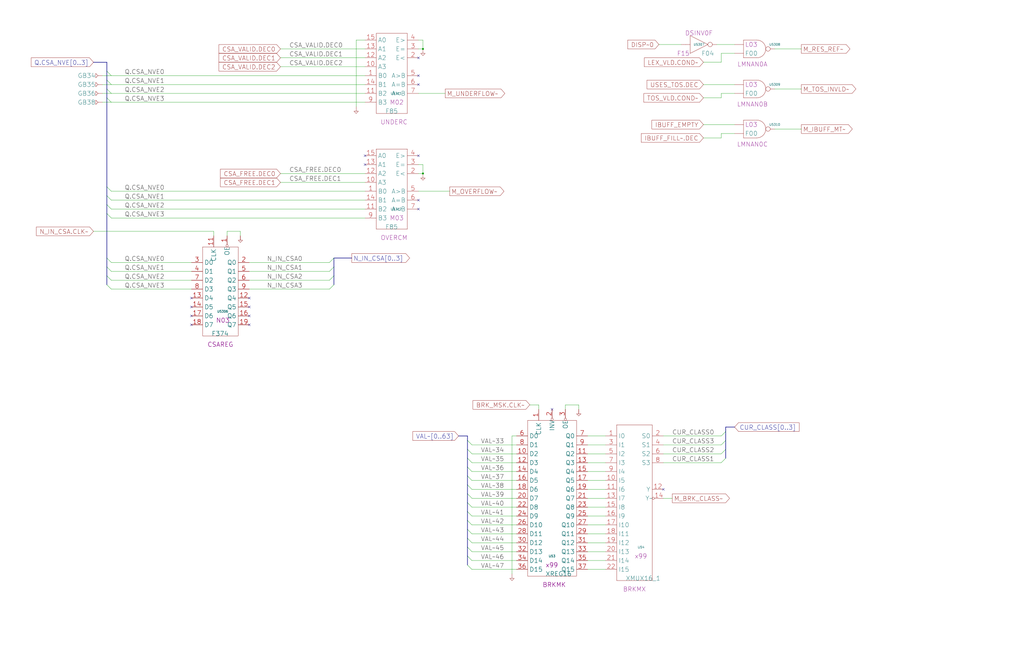
<source format=kicad_sch>
(kicad_sch (version 20230121) (generator eeschema)
  (paper "User" 584.2 378.46)
  (title_block (title "LATE MACRO EVENTS") (date "22-MAY-90") (rev "1.0") (comment 1 "SEQUENCER") (comment 2 "232-003064") (comment 3 "S400") (comment 4 "RELEASED"))
  (lib_symbols
    (symbol "r1000:F00" (pin_numbers hide) (pin_names hide)
      (property "Reference" "U" (at 15.24 0 0))
      (property "Value" "F00" (at 1.905 -5.08 0))
      (property "Location" "___" (at 1.905 0 0))
      (property "Name" "______" (at 2.54 -12.7 0))
      (symbol "F00_0_1"
        (polyline (pts (xy -2.54 -7.62) (xy 5.08 -7.62)) (stroke (width 0.1524)))
        (polyline (pts (xy -2.54 2.54) (xy -2.54 -7.62)) (stroke (width 0.1524)))
        (polyline (pts (xy -2.54 2.54) (xy 5.08 2.54)) (stroke (width 0.1524)))
        (arc (start 5.08 -7.62) (mid 10.1282 -2.54) (end 5.08 2.54) (stroke (width 0.1524)))
        (circle (center 11.43 -2.54) (radius 1.27) (stroke (width 0.1524)))
      )
      (symbol "F00_0_2"
        (circle (center -3.81 -5.08) (radius 1.27) (stroke (width 0.1524)))
        (circle (center -3.81 0) (radius 1.27) (stroke (width 0.1524)))
        (arc (start -3.175 -7.62) (mid -2.134 -2.54) (end -3.175 2.54) (stroke (width 0.1524)))
        (polyline (pts (xy -3.175 -7.62) (xy 3.81 -7.62)) (stroke (width 0.1524)))
        (polyline (pts (xy -3.175 2.54) (xy 3.81 2.54)) (stroke (width 0.1524)))
        (arc (start 3.81 -7.62) (mid 7.5855 -5.8306) (end 10.16 -2.54) (stroke (width 0.1524)))
        (arc (start 10.16 -2.54) (mid 7.5827 0.7471) (end 3.81 2.54) (stroke (width 0.1524)))
      )
      (symbol "F00_1_1"
        (pin input line (at -7.62 0 0) (length 5.08) (name "D0") (number "1"))
        (pin input line (at -7.62 -5.08 0) (length 5.08) (name "D1") (number "2"))
        (pin output line (at 15.24 -2.54 180) (length 2.54) (name "Q") (number "3"))
      )
      (symbol "F00_1_2"
        (pin input line (at -7.62 0 0) (length 2.54) (name "D0") (number "1"))
        (pin input line (at -7.62 -5.08 0) (length 2.54) (name "D1") (number "2"))
        (pin output line (at 15.24 -2.54 180) (length 5.08) (name "Q") (number "3"))
      )
    )
    (symbol "r1000:F04" (pin_numbers hide) (pin_names hide)
      (property "Reference" "U" (at 0 0 0))
      (property "Value" "F04" (at 1.27 -5.08 0))
      (property "Location" "___" (at -12.7 -5.08 0))
      (property "Name" "______" (at 0 5.08 0))
      (symbol "F04_0_1"
        (polyline (pts (xy -7.62 0) (xy -5.08 0)) (stroke (width 0.1524)))
        (polyline (pts (xy -5.08 5.08) (xy -5.08 -5.08)) (stroke (width 0.1524)))
        (polyline (pts (xy 5.08 0) (xy -5.08 -5.08)) (stroke (width 0.1524)))
        (polyline (pts (xy 5.08 0) (xy -5.08 5.08)) (stroke (width 0.1524)))
        (circle (center 6.35 0) (radius 1.27) (stroke (width 0.1524)))
      )
      (symbol "F04_1_1"
        (pin input line (at -10.16 0 0) (length 2.54) (name "D0") (number "1"))
        (pin output line (at 10.16 0 180) (length 2.54) (name "Q") (number "2"))
      )
    )
    (symbol "r1000:F374" (pin_names (offset 1.016))
      (property "Reference" "U" (at 2.54 5.08 0))
      (property "Value" "F374" (at -3.81 -7.62 0))
      (property "Location" "___" (at -1.27 0 0))
      (property "Name" "______" (at 1.27 -15.24 0))
      (symbol "F374_1_1"
        (rectangle (start -8.89 41.91) (end 11.43 -8.89))
        (circle (center 5.08 42.545) (radius 0.635))
        (pin input line (at 5.08 48.26 270) (length 5.08) (name "OE") (number "1"))
        (pin input line (at -2.54 48.26 270) (length 6.35) (name "CLK") (number "11"))
        (pin tri_state line (at 17.78 12.7 180) (length 6.35) (name "Q4") (number "12"))
        (pin input line (at -15.24 12.7 0) (length 6.35) (name "D4") (number "13"))
        (pin input line (at -15.24 7.62 0) (length 6.35) (name "D5") (number "14"))
        (pin tri_state line (at 17.78 7.62 180) (length 6.35) (name "Q5") (number "15"))
        (pin tri_state line (at 17.78 2.54 180) (length 6.35) (name "Q6") (number "16"))
        (pin input line (at -15.24 2.54 0) (length 6.35) (name "D6") (number "17"))
        (pin input line (at -15.24 -2.54 0) (length 6.35) (name "D7") (number "18"))
        (pin tri_state line (at 17.78 -2.54 180) (length 6.35) (name "Q7") (number "19"))
        (pin tri_state line (at 17.78 33.02 180) (length 6.35) (name "Q0") (number "2"))
        (pin input line (at -15.24 33.02 0) (length 6.35) (name "D0") (number "3"))
        (pin input line (at -15.24 27.94 0) (length 6.35) (name "D1") (number "4"))
        (pin tri_state line (at 17.78 27.94 180) (length 6.35) (name "Q1") (number "5"))
        (pin tri_state line (at 17.78 22.86 180) (length 6.35) (name "Q2") (number "6"))
        (pin input line (at -15.24 22.86 0) (length 6.35) (name "D2") (number "7"))
        (pin input line (at -15.24 17.78 0) (length 6.35) (name "D3") (number "8"))
        (pin tri_state line (at 17.78 17.78 180) (length 6.35) (name "Q3") (number "9"))
      )
    )
    (symbol "r1000:F85" (pin_names (offset 1.016))
      (property "Reference" "U" (at 2.54 5.08 0))
      (property "Value" "F85" (at -3.81 -5.08 0))
      (property "Location" "___" (at -1.27 0 0))
      (property "Name" "______" (at 1.27 -12.7 0))
      (symbol "F85_1_1"
        (rectangle (start -8.89 39.37) (end 8.89 -6.35))
        (pin input line (at -15.24 15.24 0) (length 6.35) (name "B0") (number "1"))
        (pin input line (at -15.24 20.32 0) (length 6.35) (name "A3") (number "10"))
        (pin input line (at -15.24 5.08 0) (length 6.35) (name "B2") (number "11"))
        (pin input line (at -15.24 25.4 0) (length 6.35) (name "A2") (number "12"))
        (pin input line (at -15.24 30.48 0) (length 6.35) (name "A1") (number "13"))
        (pin input line (at -15.24 10.16 0) (length 6.35) (name "B1") (number "14"))
        (pin input line (at -15.24 35.56 0) (length 6.35) (name "A0") (number "15"))
        (pin input line (at 15.24 25.4 180) (length 6.35) (name "E<") (number "2"))
        (pin input line (at 15.24 30.48 180) (length 6.35) (name "E=") (number "3"))
        (pin input line (at 15.24 35.56 180) (length 6.35) (name "E>") (number "4"))
        (pin output line (at 15.24 15.24 180) (length 6.35) (name "A>B") (number "5"))
        (pin output line (at 15.24 10.16 180) (length 6.35) (name "A=B") (number "6"))
        (pin output line (at 15.24 5.08 180) (length 6.35) (name "A<B") (number "7"))
        (pin input line (at -15.24 0 0) (length 6.35) (name "B3") (number "9"))
      )
    )
    (symbol "r1000:GB" (pin_numbers hide) (pin_names (offset 0) hide)
      (property "Reference" "GB" (at 3.81 0 0))
      (symbol "GB_0_1"
        (polyline (pts (xy 2.54 0) (xy 3.81 1.27) (xy 3.81 -1.27) (xy 2.54 0)) (stroke (width 0.1524)))
      )
      (symbol "GB_1_1"
        (pin bidirectional line (at 0 0 0) (length 2.54) (name "") (number "1"))
      )
    )
    (symbol "r1000:PD" (power) (pin_numbers hide) (pin_names hide) (in_bom no)
      (symbol "PD_0_1"
        (polyline (pts (xy 0 -2.54) (xy 1.27 -2.54) (xy 0 -3.81) (xy -1.27 -2.54) (xy 0 -2.54)) (stroke (width 0.1524)))
      )
      (symbol "PD_1_1"
        (pin power_in line (at 0 0 270) (length 2.54) (name "PD") (number "1"))
      )
    )
    (symbol "r1000:XMUX16_1" (pin_names (offset 1.016))
      (property "Reference" "U" (at 2.54 5.08 0))
      (property "Value" "XMUX16_1" (at -6.35 -12.7 0))
      (property "Location" "___" (at -1.27 0 0))
      (property "Name" "______" (at -1.27 -20.32 0))
      (symbol "XMUX16_1_1_1"
        (rectangle (start -11.43 74.93) (end 8.89 -13.97))
        (circle (center 9.525 33.02) (radius 0.635))
        (pin input line (at -17.78 68.58 0) (length 6.35) (name "I0") (number "1"))
        (pin input line (at -17.78 43.18 0) (length 6.35) (name "I5") (number "10"))
        (pin input line (at -17.78 38.1 0) (length 6.35) (name "I6") (number "11"))
        (pin output line (at 15.24 38.1 180) (length 6.35) (name "Y") (number "12"))
        (pin input line (at -17.78 33.02 0) (length 6.35) (name "I7") (number "13"))
        (pin output line (at 15.24 33.02 180) (length 5.08) (name "Y~") (number "14"))
        (pin input line (at -17.78 27.94 0) (length 6.35) (name "I8") (number "15"))
        (pin input line (at -17.78 22.86 0) (length 6.35) (name "I9") (number "16"))
        (pin input line (at -17.78 17.78 0) (length 6.35) (name "I10") (number "17"))
        (pin input line (at -17.78 12.7 0) (length 6.35) (name "I11") (number "18"))
        (pin input line (at -17.78 7.62 0) (length 6.35) (name "I12") (number "19"))
        (pin input line (at 15.24 68.58 180) (length 6.35) (name "S0") (number "2"))
        (pin input line (at -17.78 2.54 0) (length 6.35) (name "I13") (number "20"))
        (pin input line (at -17.78 -2.54 0) (length 6.35) (name "I14") (number "21"))
        (pin input line (at -17.78 -7.62 0) (length 6.35) (name "I15") (number "22"))
        (pin input line (at -17.78 63.5 0) (length 6.35) (name "I1") (number "3"))
        (pin input line (at 15.24 63.5 180) (length 6.35) (name "S1") (number "4"))
        (pin input line (at -17.78 58.42 0) (length 6.35) (name "I2") (number "5"))
        (pin input line (at 15.24 58.42 180) (length 6.35) (name "S2") (number "6"))
        (pin input line (at -17.78 53.34 0) (length 6.35) (name "I3") (number "7"))
        (pin input line (at 15.24 53.34 180) (length 6.35) (name "S3") (number "8"))
        (pin input line (at -17.78 48.26 0) (length 6.35) (name "I4") (number "9"))
      )
    )
    (symbol "r1000:XREG16" (pin_names (offset 1.016))
      (property "Reference" "U" (at 2.54 5.08 0))
      (property "Value" "XREG16" (at -1.27 -5.08 0))
      (property "Location" "___" (at -1.27 0 0))
      (property "Name" "______" (at 3.81 -12.7 0))
      (symbol "XREG16_1_1"
        (rectangle (start -11.43 82.55) (end 16.51 -6.35))
        (circle (center 2.54 83.185) (radius 0.635))
        (circle (center 10.16 83.185) (radius 0.635))
        (pin input line (at -5.08 88.9 270) (length 6.35) (name "CLK") (number "1"))
        (pin input line (at -17.78 63.5 0) (length 6.35) (name "D2") (number "10"))
        (pin tri_state line (at 22.86 63.5 180) (length 6.35) (name "Q2") (number "11"))
        (pin input line (at -17.78 58.42 0) (length 6.35) (name "D3") (number "12"))
        (pin tri_state line (at 22.86 58.42 180) (length 6.35) (name "Q3") (number "13"))
        (pin input line (at -17.78 53.34 0) (length 6.35) (name "D4") (number "14"))
        (pin tri_state line (at 22.86 53.34 180) (length 6.35) (name "Q4") (number "15"))
        (pin input line (at -17.78 48.26 0) (length 6.35) (name "D5") (number "16"))
        (pin tri_state line (at 22.86 48.26 180) (length 6.35) (name "Q5") (number "17"))
        (pin input line (at -17.78 43.18 0) (length 6.35) (name "D6") (number "18"))
        (pin tri_state line (at 22.86 43.18 180) (length 6.35) (name "Q6") (number "19"))
        (pin input line (at 2.54 88.9 270) (length 5.08) (name "INV") (number "2"))
        (pin input line (at -17.78 38.1 0) (length 6.35) (name "D7") (number "20"))
        (pin tri_state line (at 22.86 38.1 180) (length 6.35) (name "Q7") (number "21"))
        (pin input line (at -17.78 33.02 0) (length 6.35) (name "D8") (number "22"))
        (pin tri_state line (at 22.86 33.02 180) (length 6.35) (name "Q8") (number "23"))
        (pin input line (at -17.78 27.94 0) (length 6.35) (name "D9") (number "24"))
        (pin tri_state line (at 22.86 27.94 180) (length 6.35) (name "Q9") (number "25"))
        (pin input line (at -17.78 22.86 0) (length 6.35) (name "D10") (number "26"))
        (pin tri_state line (at 22.86 22.86 180) (length 6.35) (name "Q10") (number "27"))
        (pin input line (at -17.78 17.78 0) (length 6.35) (name "D11") (number "28"))
        (pin tri_state line (at 22.86 17.78 180) (length 6.35) (name "Q11") (number "29"))
        (pin input line (at 10.16 88.9 270) (length 5.08) (name "OE") (number "3"))
        (pin input line (at -17.78 12.7 0) (length 6.35) (name "D12") (number "30"))
        (pin tri_state line (at 22.86 12.7 180) (length 6.35) (name "Q12") (number "31"))
        (pin input line (at -17.78 7.62 0) (length 6.35) (name "D13") (number "32"))
        (pin tri_state line (at 22.86 7.62 180) (length 6.35) (name "Q13") (number "33"))
        (pin input line (at -17.78 2.54 0) (length 6.35) (name "D14") (number "34"))
        (pin tri_state line (at 22.86 2.54 180) (length 6.35) (name "Q14") (number "35"))
        (pin input line (at -17.78 -2.54 0) (length 6.35) (name "D15") (number "36"))
        (pin tri_state line (at 22.86 -2.54 180) (length 6.35) (name "Q15") (number "37"))
        (pin input line (at -17.78 73.66 0) (length 6.35) (name "D0") (number "6"))
        (pin tri_state line (at 22.86 73.66 180) (length 6.35) (name "Q0") (number "7"))
        (pin input line (at -17.78 68.58 0) (length 6.35) (name "D1") (number "8"))
        (pin tri_state line (at 22.86 68.58 180) (length 6.35) (name "Q1") (number "9"))
      )
    )
  )
  (junction (at 241.3 99.06))
  (junction (at 241.3 27.94))
  (no_connect (at 142.24 185.42))
  (no_connect (at 109.22 180.34))
  (no_connect (at 238.76 33.02))
  (no_connect (at 142.24 170.18))
  (no_connect (at 142.24 175.26))
  (no_connect (at 238.76 119.38))
  (no_connect (at 314.96 233.68))
  (no_connect (at 238.76 88.9))
  (no_connect (at 208.28 88.9))
  (no_connect (at 238.76 48.26))
  (no_connect (at 109.22 175.26))
  (no_connect (at 378.46 279.4))
  (no_connect (at 238.76 43.18))
  (no_connect (at 208.28 93.98))
  (no_connect (at 109.22 185.42))
  (no_connect (at 109.22 170.18))
  (no_connect (at 142.24 180.34))
  (no_connect (at 238.76 114.3))
  (bus_entry (at 190.5 162.56) (size -2.54 2.54))
  (bus_entry (at 60.96 162.56) (size 2.54 2.54))
  (bus_entry (at 266.7 251.46) (size 2.54 2.54))
  (bus_entry (at 266.7 281.94) (size 2.54 2.54))
  (bus_entry (at 190.5 152.4) (size -2.54 2.54))
  (bus_entry (at 266.7 292.1) (size 2.54 2.54))
  (bus_entry (at 60.96 121.92) (size 2.54 2.54))
  (bus_entry (at 266.7 276.86) (size 2.54 2.54))
  (bus_entry (at 414.02 261.62) (size -2.54 2.54))
  (bus_entry (at 60.96 55.88) (size 2.54 2.54))
  (bus_entry (at 60.96 116.84) (size 2.54 2.54))
  (bus_entry (at 266.7 317.5) (size 2.54 2.54))
  (bus_entry (at 266.7 256.54) (size 2.54 2.54))
  (bus_entry (at 414.02 256.54) (size -2.54 2.54))
  (bus_entry (at 60.96 111.76) (size 2.54 2.54))
  (bus_entry (at 266.7 261.62) (size 2.54 2.54))
  (bus_entry (at 414.02 251.46) (size -2.54 2.54))
  (bus_entry (at 266.7 322.58) (size 2.54 2.54))
  (bus_entry (at 414.02 246.38) (size -2.54 2.54))
  (bus_entry (at 266.7 287.02) (size 2.54 2.54))
  (bus_entry (at 266.7 271.78) (size 2.54 2.54))
  (bus_entry (at 60.96 40.64) (size 2.54 2.54))
  (bus_entry (at 60.96 106.68) (size 2.54 2.54))
  (bus_entry (at 266.7 297.18) (size 2.54 2.54))
  (bus_entry (at 60.96 50.8) (size 2.54 2.54))
  (bus_entry (at 60.96 152.4) (size 2.54 2.54))
  (bus_entry (at 266.7 307.34) (size 2.54 2.54))
  (bus_entry (at 190.5 147.32) (size -2.54 2.54))
  (bus_entry (at 60.96 45.72) (size 2.54 2.54))
  (bus_entry (at 266.7 266.7) (size 2.54 2.54))
  (bus_entry (at 60.96 157.48) (size 2.54 2.54))
  (bus_entry (at 60.96 147.32) (size 2.54 2.54))
  (bus_entry (at 190.5 157.48) (size -2.54 2.54))
  (bus_entry (at 266.7 302.26) (size 2.54 2.54))
  (bus_entry (at 266.7 312.42) (size 2.54 2.54))
  (wire (pts (xy 335.28 294.64) (xy 345.44 294.64)))
  (wire (pts (xy 241.3 93.98) (xy 241.3 99.06)))
  (wire (pts (xy 160.02 99.06) (xy 208.28 99.06)))
  (wire (pts (xy 335.28 279.4) (xy 345.44 279.4)))
  (wire (pts (xy 160.02 33.02) (xy 208.28 33.02)))
  (wire (pts (xy 63.5 124.46) (xy 208.28 124.46)))
  (wire (pts (xy 441.96 27.94) (xy 457.2 27.94)))
  (wire (pts (xy 58.42 58.42) (xy 63.5 58.42)))
  (wire (pts (xy 330.2 233.68) (xy 330.2 231.14)))
  (wire (pts (xy 121.92 134.62) (xy 121.92 132.08)))
  (wire (pts (xy 335.28 248.92) (xy 345.44 248.92)))
  (wire (pts (xy 411.48 78.74) (xy 411.48 76.2)))
  (bus (pts (xy 266.7 297.18) (xy 266.7 302.26)))
  (bus (pts (xy 60.96 152.4) (xy 60.96 157.48)))
  (wire (pts (xy 238.76 22.86) (xy 241.3 22.86)))
  (wire (pts (xy 238.76 27.94) (xy 241.3 27.94)))
  (wire (pts (xy 269.24 284.48) (xy 294.64 284.48)))
  (wire (pts (xy 411.48 76.2) (xy 419.1 76.2)))
  (bus (pts (xy 266.7 248.92) (xy 266.7 251.46)))
  (wire (pts (xy 335.28 304.8) (xy 345.44 304.8)))
  (wire (pts (xy 208.28 22.86) (xy 203.2 22.86)))
  (wire (pts (xy 142.24 149.86) (xy 187.96 149.86)))
  (bus (pts (xy 60.96 116.84) (xy 60.96 121.92)))
  (wire (pts (xy 238.76 109.22) (xy 256.54 109.22)))
  (wire (pts (xy 63.5 43.18) (xy 208.28 43.18)))
  (wire (pts (xy 335.28 289.56) (xy 345.44 289.56)))
  (wire (pts (xy 411.48 53.34) (xy 419.1 53.34)))
  (wire (pts (xy 269.24 264.16) (xy 294.64 264.16)))
  (wire (pts (xy 137.16 132.08) (xy 129.54 132.08)))
  (wire (pts (xy 269.24 304.8) (xy 294.64 304.8)))
  (wire (pts (xy 269.24 325.12) (xy 294.64 325.12)))
  (bus (pts (xy 60.96 106.68) (xy 60.96 111.76)))
  (bus (pts (xy 414.02 256.54) (xy 414.02 261.62)))
  (wire (pts (xy 335.28 325.12) (xy 345.44 325.12)))
  (bus (pts (xy 266.7 281.94) (xy 266.7 287.02)))
  (bus (pts (xy 60.96 35.56) (xy 60.96 40.64)))
  (bus (pts (xy 60.96 50.8) (xy 60.96 55.88)))
  (wire (pts (xy 63.5 160.02) (xy 109.22 160.02)))
  (wire (pts (xy 142.24 165.1) (xy 187.96 165.1)))
  (wire (pts (xy 335.28 274.32) (xy 345.44 274.32)))
  (bus (pts (xy 266.7 302.26) (xy 266.7 307.34)))
  (wire (pts (xy 269.24 320.04) (xy 294.64 320.04)))
  (wire (pts (xy 335.28 309.88) (xy 345.44 309.88)))
  (wire (pts (xy 58.42 48.26) (xy 63.5 48.26)))
  (wire (pts (xy 58.42 53.34) (xy 63.5 53.34)))
  (wire (pts (xy 63.5 154.94) (xy 109.22 154.94)))
  (wire (pts (xy 292.1 248.92) (xy 294.64 248.92)))
  (wire (pts (xy 441.96 50.8) (xy 457.2 50.8)))
  (wire (pts (xy 401.32 48.26) (xy 419.1 48.26)))
  (wire (pts (xy 63.5 165.1) (xy 109.22 165.1)))
  (wire (pts (xy 129.54 132.08) (xy 129.54 134.62)))
  (wire (pts (xy 292.1 248.92) (xy 292.1 327.66)))
  (wire (pts (xy 401.32 55.88) (xy 411.48 55.88)))
  (bus (pts (xy 60.96 147.32) (xy 60.96 152.4)))
  (bus (pts (xy 266.7 276.86) (xy 266.7 281.94)))
  (bus (pts (xy 190.5 157.48) (xy 190.5 162.56)))
  (wire (pts (xy 401.32 35.56) (xy 411.48 35.56)))
  (wire (pts (xy 238.76 93.98) (xy 241.3 93.98)))
  (wire (pts (xy 63.5 149.86) (xy 109.22 149.86)))
  (bus (pts (xy 60.96 111.76) (xy 60.96 116.84)))
  (bus (pts (xy 266.7 266.7) (xy 266.7 271.78)))
  (bus (pts (xy 266.7 256.54) (xy 266.7 261.62)))
  (wire (pts (xy 335.28 254) (xy 345.44 254)))
  (wire (pts (xy 408.94 25.4) (xy 419.1 25.4)))
  (wire (pts (xy 302.26 231.14) (xy 307.34 231.14)))
  (wire (pts (xy 58.42 43.18) (xy 63.5 43.18)))
  (wire (pts (xy 142.24 160.02) (xy 187.96 160.02)))
  (wire (pts (xy 335.28 320.04) (xy 345.44 320.04)))
  (bus (pts (xy 266.7 261.62) (xy 266.7 266.7)))
  (wire (pts (xy 335.28 269.24) (xy 345.44 269.24)))
  (wire (pts (xy 322.58 231.14) (xy 322.58 233.68)))
  (bus (pts (xy 190.5 152.4) (xy 190.5 157.48)))
  (wire (pts (xy 269.24 294.64) (xy 294.64 294.64)))
  (wire (pts (xy 269.24 309.88) (xy 294.64 309.88)))
  (bus (pts (xy 266.7 312.42) (xy 266.7 317.5)))
  (wire (pts (xy 307.34 231.14) (xy 307.34 233.68)))
  (wire (pts (xy 269.24 269.24) (xy 294.64 269.24)))
  (wire (pts (xy 241.3 22.86) (xy 241.3 27.94)))
  (wire (pts (xy 378.46 284.48) (xy 383.54 284.48)))
  (wire (pts (xy 63.5 114.3) (xy 208.28 114.3)))
  (wire (pts (xy 401.32 78.74) (xy 411.48 78.74)))
  (wire (pts (xy 335.28 314.96) (xy 345.44 314.96)))
  (wire (pts (xy 401.32 71.12) (xy 419.1 71.12)))
  (wire (pts (xy 63.5 48.26) (xy 208.28 48.26)))
  (wire (pts (xy 160.02 38.1) (xy 208.28 38.1)))
  (bus (pts (xy 419.1 243.84) (xy 414.02 243.84)))
  (wire (pts (xy 269.24 299.72) (xy 294.64 299.72)))
  (wire (pts (xy 238.76 99.06) (xy 241.3 99.06)))
  (bus (pts (xy 53.34 35.56) (xy 60.96 35.56)))
  (wire (pts (xy 378.46 259.08) (xy 411.48 259.08)))
  (wire (pts (xy 142.24 154.94) (xy 187.96 154.94)))
  (wire (pts (xy 63.5 58.42) (xy 208.28 58.42)))
  (wire (pts (xy 335.28 264.16) (xy 345.44 264.16)))
  (wire (pts (xy 411.48 30.48) (xy 419.1 30.48)))
  (wire (pts (xy 269.24 314.96) (xy 294.64 314.96)))
  (wire (pts (xy 335.28 284.48) (xy 345.44 284.48)))
  (bus (pts (xy 60.96 45.72) (xy 60.96 50.8)))
  (bus (pts (xy 266.7 271.78) (xy 266.7 276.86)))
  (wire (pts (xy 160.02 27.94) (xy 208.28 27.94)))
  (bus (pts (xy 60.96 40.64) (xy 60.96 45.72)))
  (wire (pts (xy 160.02 104.14) (xy 208.28 104.14)))
  (wire (pts (xy 335.28 259.08) (xy 345.44 259.08)))
  (bus (pts (xy 414.02 246.38) (xy 414.02 251.46)))
  (wire (pts (xy 269.24 259.08) (xy 294.64 259.08)))
  (bus (pts (xy 266.7 307.34) (xy 266.7 312.42)))
  (bus (pts (xy 190.5 147.32) (xy 200.66 147.32)))
  (wire (pts (xy 137.16 132.08) (xy 137.16 134.62)))
  (bus (pts (xy 60.96 55.88) (xy 60.96 106.68)))
  (wire (pts (xy 378.46 248.92) (xy 411.48 248.92)))
  (wire (pts (xy 378.46 254) (xy 411.48 254)))
  (bus (pts (xy 266.7 292.1) (xy 266.7 297.18)))
  (wire (pts (xy 63.5 119.38) (xy 208.28 119.38)))
  (wire (pts (xy 63.5 109.22) (xy 208.28 109.22)))
  (wire (pts (xy 411.48 35.56) (xy 411.48 30.48)))
  (bus (pts (xy 266.7 317.5) (xy 266.7 322.58)))
  (wire (pts (xy 330.2 231.14) (xy 322.58 231.14)))
  (wire (pts (xy 238.76 53.34) (xy 254 53.34)))
  (bus (pts (xy 60.96 157.48) (xy 60.96 162.56)))
  (bus (pts (xy 414.02 251.46) (xy 414.02 256.54)))
  (wire (pts (xy 63.5 53.34) (xy 208.28 53.34)))
  (wire (pts (xy 335.28 299.72) (xy 345.44 299.72)))
  (wire (pts (xy 269.24 254) (xy 294.64 254)))
  (bus (pts (xy 266.7 251.46) (xy 266.7 256.54)))
  (wire (pts (xy 269.24 279.4) (xy 294.64 279.4)))
  (wire (pts (xy 375.92 25.4) (xy 388.62 25.4)))
  (bus (pts (xy 60.96 121.92) (xy 60.96 147.32)))
  (wire (pts (xy 378.46 264.16) (xy 411.48 264.16)))
  (bus (pts (xy 261.62 248.92) (xy 266.7 248.92)))
  (wire (pts (xy 269.24 289.56) (xy 294.64 289.56)))
  (bus (pts (xy 414.02 243.84) (xy 414.02 246.38)))
  (bus (pts (xy 266.7 287.02) (xy 266.7 292.1)))
  (bus (pts (xy 190.5 147.32) (xy 190.5 152.4)))
  (wire (pts (xy 411.48 55.88) (xy 411.48 53.34)))
  (wire (pts (xy 441.96 73.66) (xy 457.2 73.66)))
  (wire (pts (xy 203.2 22.86) (xy 203.2 60.96)))
  (wire (pts (xy 53.34 132.08) (xy 121.92 132.08)))
  (wire (pts (xy 269.24 274.32) (xy 294.64 274.32)))
  (label "CSA_VALID.DEC2" (at 165.1 38.1 0) (effects (font (size 2.54 2.54))))
  (label "VAL~44" (at 274.32 309.88 0) (effects (font (size 2.54 2.54))))
  (label "VAL~40" (at 274.32 289.56 0) (effects (font (size 2.54 2.54))))
  (label "N_IN_CSA3" (at 152.4 165.1 0) (effects (font (size 2.54 2.54))))
  (label "Q.CSA_NVE0" (at 71.12 109.22 0) (effects (font (size 2.54 2.54))))
  (label "VAL~47" (at 274.32 325.12 0) (effects (font (size 2.54 2.54))))
  (label "CSA_FREE.DEC0" (at 165.1 99.06 0) (effects (font (size 2.54 2.54))))
  (label "VAL~38" (at 274.32 279.4 0) (effects (font (size 2.54 2.54))))
  (label "CSA_VALID.DEC0" (at 165.1 27.94 0) (effects (font (size 2.54 2.54))))
  (label "CSA_FREE.DEC1" (at 165.1 104.14 0) (effects (font (size 2.54 2.54))))
  (label "VAL~35" (at 274.32 264.16 0) (effects (font (size 2.54 2.54))))
  (label "VAL~37" (at 274.32 274.32 0) (effects (font (size 2.54 2.54))))
  (label "CUR_CLASS2" (at 383.54 259.08 0) (effects (font (size 2.54 2.54))))
  (label "Q.CSA_NVE3" (at 71.12 58.42 0) (effects (font (size 2.54 2.54))))
  (label "CSA_VALID.DEC1" (at 165.1 33.02 0) (effects (font (size 2.54 2.54))))
  (label "CUR_CLASS3" (at 383.54 254 0) (effects (font (size 2.54 2.54))))
  (label "VAL~34" (at 274.32 259.08 0) (effects (font (size 2.54 2.54))))
  (label "N_IN_CSA2" (at 152.4 160.02 0) (effects (font (size 2.54 2.54))))
  (label "N_IN_CSA1" (at 152.4 154.94 0) (effects (font (size 2.54 2.54))))
  (label "VAL~43" (at 274.32 304.8 0) (effects (font (size 2.54 2.54))))
  (label "Q.CSA_NVE2" (at 71.12 160.02 0) (effects (font (size 2.54 2.54))))
  (label "CUR_CLASS1" (at 383.54 264.16 0) (effects (font (size 2.54 2.54))))
  (label "VAL~46" (at 274.32 320.04 0) (effects (font (size 2.54 2.54))))
  (label "VAL~45" (at 274.32 314.96 0) (effects (font (size 2.54 2.54))))
  (label "Q.CSA_NVE1" (at 71.12 114.3 0) (effects (font (size 2.54 2.54))))
  (label "VAL~33" (at 274.32 254 0) (effects (font (size 2.54 2.54))))
  (label "Q.CSA_NVE1" (at 71.12 48.26 0) (effects (font (size 2.54 2.54))))
  (label "VAL~41" (at 274.32 294.64 0) (effects (font (size 2.54 2.54))))
  (label "Q.CSA_NVE3" (at 71.12 165.1 0) (effects (font (size 2.54 2.54))))
  (label "Q.CSA_NVE1" (at 71.12 154.94 0) (effects (font (size 2.54 2.54))))
  (label "Q.CSA_NVE2" (at 71.12 53.34 0) (effects (font (size 2.54 2.54))))
  (label "VAL~36" (at 274.32 269.24 0) (effects (font (size 2.54 2.54))))
  (label "VAL~39" (at 274.32 284.48 0) (effects (font (size 2.54 2.54))))
  (label "VAL~42" (at 274.32 299.72 0) (effects (font (size 2.54 2.54))))
  (label "N_IN_CSA0" (at 152.4 149.86 0) (effects (font (size 2.54 2.54))))
  (label "CUR_CLASS0" (at 383.54 248.92 0) (effects (font (size 2.54 2.54))))
  (label "Q.CSA_NVE3" (at 71.12 124.46 0) (effects (font (size 2.54 2.54))))
  (label "Q.CSA_NVE2" (at 71.12 119.38 0) (effects (font (size 2.54 2.54))))
  (label "Q.CSA_NVE0" (at 71.12 149.86 0) (effects (font (size 2.54 2.54))))
  (label "Q.CSA_NVE0" (at 71.12 43.18 0) (effects (font (size 2.54 2.54))))
  (global_label "Q.CSA_NVE[0..3]" (shape input) (at 53.34 35.56 180) (effects (font (size 2.54 2.54))) (property "Intersheetrefs" "${INTERSHEET_REFS}" (at 17.7921 35.4013 0) (effects (font (size 1.905 1.905)) (justify right))))
  (global_label "IBUFF_EMPTY" (shape input) (at 401.32 71.12 180) (effects (font (size 2.54 2.54))) (property "Intersheetrefs" "${INTERSHEET_REFS}" (at 371.9407 70.9613 0) (effects (font (size 1.905 1.905)) (justify right))))
  (global_label "CUR_CLASS[0..3]" (shape input) (at 419.1 243.84 0) (effects (font (size 2.54 2.54))) (property "Intersheetrefs" "${INTERSHEET_REFS}" (at 455.8574 243.6813 0) (effects (font (size 1.905 1.905)) (justify left))))
  (global_label "DISP~0" (shape input) (at 375.92 25.4 180) (effects (font (size 2.54 2.54))) (property "Intersheetrefs" "${INTERSHEET_REFS}" (at 358.1521 25.2413 0) (effects (font (size 1.905 1.905)) (justify right))))
  (global_label "CSA_VALID.DEC1" (shape input) (at 160.02 33.02 180) (effects (font (size 2.54 2.54))) (property "Intersheetrefs" "${INTERSHEET_REFS}" (at 123.7812 33.02 0) (effects (justify right))))
  (global_label "M_UNDERFLOW~" (shape output) (at 254 53.34 0) (effects (font (size 2.54 2.54))) (property "Intersheetrefs" "${INTERSHEET_REFS}" (at 287.9755 53.1813 0) (effects (font (size 1.905 1.905)) (justify left))))
  (global_label "CSA_VALID.DEC2" (shape input) (at 160.02 38.1 180) (effects (font (size 2.54 2.54))) (property "Intersheetrefs" "${INTERSHEET_REFS}" (at 123.7812 38.1 0) (effects (justify right))))
  (global_label "CSA_VALID.DEC0" (shape input) (at 160.02 27.94 180) (effects (font (size 2.54 2.54))) (property "Intersheetrefs" "${INTERSHEET_REFS}" (at 123.7812 27.94 0) (effects (justify right))))
  (global_label "CSA_FREE.DEC1" (shape input) (at 160.02 104.14 180) (effects (font (size 2.54 2.54))) (property "Intersheetrefs" "${INTERSHEET_REFS}" (at 124.6278 104.14 0) (effects (justify right))))
  (global_label "M_OVERFLOW~" (shape output) (at 256.54 109.22 0) (effects (font (size 2.54 2.54))) (property "Intersheetrefs" "${INTERSHEET_REFS}" (at 287.4917 109.0613 0) (effects (font (size 1.905 1.905)) (justify left))))
  (global_label "BRK_MSK.CLK~" (shape input) (at 302.26 231.14 180) (effects (font (size 2.54 2.54))) (property "Intersheetrefs" "${INTERSHEET_REFS}" (at 269.8569 230.9813 0) (effects (font (size 1.905 1.905)) (justify right))))
  (global_label "N_IN_CSA.CLK~" (shape input) (at 53.34 132.08 180) (effects (font (size 2.54 2.54))) (property "Intersheetrefs" "${INTERSHEET_REFS}" (at 20.8159 131.9213 0) (effects (font (size 1.905 1.905)) (justify right))))
  (global_label "M_TOS_INVLD~" (shape output) (at 457.2 50.8 0) (effects (font (size 2.54 2.54))) (property "Intersheetrefs" "${INTERSHEET_REFS}" (at 488.2727 50.6413 0) (effects (font (size 1.905 1.905)) (justify left))))
  (global_label "M_BRK_CLASS~" (shape output) (at 383.54 284.48 0) (effects (font (size 2.54 2.54))) (property "Intersheetrefs" "${INTERSHEET_REFS}" (at 416.185 284.3213 0) (effects (font (size 1.905 1.905)) (justify left))))
  (global_label "CSA_FREE.DEC0" (shape input) (at 160.02 99.06 180) (effects (font (size 2.54 2.54))) (property "Intersheetrefs" "${INTERSHEET_REFS}" (at 124.6278 99.06 0) (effects (justify right))))
  (global_label "LEX_VLD.COND~" (shape input) (at 401.32 35.56 180) (effects (font (size 2.54 2.54))) (property "Intersheetrefs" "${INTERSHEET_REFS}" (at 367.5864 35.4013 0) (effects (font (size 1.905 1.905)) (justify right))))
  (global_label "USES_TOS.DEC" (shape input) (at 401.32 48.26 180) (effects (font (size 2.54 2.54))) (property "Intersheetrefs" "${INTERSHEET_REFS}" (at 369.1588 48.1013 0) (effects (font (size 1.905 1.905)) (justify right))))
  (global_label "IBUFF_FILL~.DEC" (shape input) (at 401.32 78.74 180) (effects (font (size 2.54 2.54))) (property "Intersheetrefs" "${INTERSHEET_REFS}" (at 365.893 78.5813 0) (effects (font (size 1.905 1.905)) (justify right))))
  (global_label "M_IBUFF_MT~" (shape output) (at 457.2 73.66 0) (effects (font (size 2.54 2.54))) (property "Intersheetrefs" "${INTERSHEET_REFS}" (at 486.2165 73.5013 0) (effects (font (size 1.905 1.905)) (justify left))))
  (global_label "TOS_VLD.COND~" (shape input) (at 401.32 55.88 180) (effects (font (size 2.54 2.54))) (property "Intersheetrefs" "${INTERSHEET_REFS}" (at 367.3445 55.7213 0) (effects (font (size 1.905 1.905)) (justify right))))
  (global_label "VAL~[0..63]" (shape input) (at 261.62 248.92 180) (effects (font (size 2.54 2.54))) (property "Intersheetrefs" "${INTERSHEET_REFS}" (at 234.6493 248.92 0) (effects (font (size 1.905 1.905)) (justify right))))
  (global_label "M_RES_REF~" (shape output) (at 457.2 27.94 0) (effects (font (size 2.54 2.54))) (property "Intersheetrefs" "${INTERSHEET_REFS}" (at 484.886 27.7813 0) (effects (font (size 1.905 1.905)) (justify left))))
  (global_label "N_IN_CSA[0..3]" (shape output) (at 200.66 147.32 0) (effects (font (size 2.54 2.54))) (property "Intersheetrefs" "${INTERSHEET_REFS}" (at 233.6679 147.1613 0) (effects (font (size 1.905 1.905)) (justify left))))
  (symbol (lib_id "r1000:PD") (at 330.2 233.68 0) (unit 1) (in_bom no)
    (property "Reference" "#PWR0144" (effects hide))
    (property "Value" "PD" (effects hide))
  )
  (symbol (lib_id "r1000:XREG16") (at 312.42 322.58 0) (unit 1)
    (property "Reference" "U53" (at 314.96 317.5 0))
    (property "Value" "XREG16" (at 311.15 327.66 0) (effects (font (size 2.54 2.54)) (justify left)))
    (property "Location" "x99" (at 311.15 322.58 0) (effects (font (size 2.54 2.54)) (justify left)))
    (property "Name" "BRKMK" (at 316.23 335.28 0) (effects (font (size 2.54 2.54)) (justify bottom)))
  )
  (symbol (lib_id "r1000:PD") (at 292.1 327.66 0) (unit 1) (in_bom no)
    (property "Reference" "#PWR05301" (effects hide))
    (property "Value" "PD" (effects hide))
  )
  (symbol (lib_id "r1000:F04") (at 398.78 25.4 0) (unit 1)
    (property "Reference" "U5307" (at 398.78 25.4 0))
    (property "Value" "F04" (at 400.05 30.48 0) (effects (font (size 2.54 2.54)) (justify left)))
    (property "Location" "F15" (at 386.08 30.48 0) (effects (font (size 2.54 2.54)) (justify left)))
    (property "Name" "DSINV0F" (at 398.78 20.32 0) (effects (font (size 2.54 2.54)) (justify bottom)))
  )
  (symbol (lib_id "r1000:PD") (at 241.3 27.94 0) (unit 1) (in_bom no)
    (property "Reference" "#PWR03201" (effects hide))
    (property "Value" "PD" (effects hide))
  )
  (symbol (lib_id "r1000:F00") (at 426.72 25.4 0) (unit 1)
    (property "Reference" "U5308" (at 441.96 25.4 0))
    (property "Value" "F00" (at 428.625 30.48 0) (effects (font (size 2.54 2.54))))
    (property "Location" "L03" (at 428.625 25.4 0) (effects (font (size 2.54 2.54))))
    (property "Name" "LMNAN0A" (at 429.26 38.1 0) (effects (font (size 2.54 2.54)) (justify bottom)))
  )
  (symbol (lib_id "r1000:GB") (at 58.42 58.42 0) (mirror y) (unit 1)
    (property "Reference" "GB38" (at 54.61 58.42 0) (effects (font (size 2.54 2.54)) (justify left)))
    (property "Value" "GB" (effects hide))
  )
  (symbol (lib_id "r1000:GB") (at 58.42 48.26 0) (mirror y) (unit 1)
    (property "Reference" "GB35" (at 54.61 48.26 0) (effects (font (size 2.54 2.54)) (justify left)))
    (property "Value" "GB" (effects hide))
  )
  (symbol (lib_id "r1000:XMUX16_1") (at 363.22 317.5 0) (unit 1)
    (property "Reference" "U54" (at 365.76 312.42 0))
    (property "Value" "XMUX16_1" (at 356.87 330.2 0) (effects (font (size 2.54 2.54)) (justify left)))
    (property "Location" "x99" (at 361.95 317.5 0) (effects (font (size 2.54 2.54)) (justify left)))
    (property "Name" "BRKMX" (at 361.95 337.82 0) (effects (font (size 2.54 2.54)) (justify bottom)))
  )
  (symbol (lib_id "r1000:F85") (at 223.52 58.42 0) (unit 1)
    (property "Reference" "U5311" (at 226.06 53.34 0))
    (property "Value" "F85" (at 219.71 63.5 0) (effects (font (size 2.54 2.54)) (justify left)))
    (property "Location" "M02" (at 222.25 58.42 0) (effects (font (size 2.54 2.54)) (justify left)))
    (property "Name" "UNDERC" (at 224.79 71.12 0) (effects (font (size 2.54 2.54)) (justify bottom)))
  )
  (symbol (lib_id "r1000:PD") (at 241.3 99.06 0) (unit 1) (in_bom no)
    (property "Reference" "#PWR05303" (effects hide))
    (property "Value" "PD" (effects hide))
  )
  (symbol (lib_id "r1000:F00") (at 426.72 71.12 0) (unit 1)
    (property "Reference" "U5310" (at 441.96 71.12 0))
    (property "Value" "F00" (at 428.625 76.2 0) (effects (font (size 2.54 2.54))))
    (property "Location" "L03" (at 428.625 71.12 0) (effects (font (size 2.54 2.54))))
    (property "Name" "LMNAN0C" (at 429.26 83.82 0) (effects (font (size 2.54 2.54)) (justify bottom)))
  )
  (symbol (lib_id "r1000:PD") (at 203.2 60.96 0) (unit 1) (in_bom no)
    (property "Reference" "#PWR05302" (effects hide))
    (property "Value" "PD" (effects hide))
  )
  (symbol (lib_id "r1000:PD") (at 137.16 134.62 0) (unit 1) (in_bom no)
    (property "Reference" "#PWR0145" (effects hide))
    (property "Value" "PD" (effects hide))
  )
  (symbol (lib_id "r1000:F00") (at 426.72 48.26 0) (unit 1)
    (property "Reference" "U5309" (at 441.96 48.26 0))
    (property "Value" "F00" (at 428.625 53.34 0) (effects (font (size 2.54 2.54))))
    (property "Location" "L03" (at 428.625 48.26 0) (effects (font (size 2.54 2.54))))
    (property "Name" "LMNAN0B" (at 429.26 60.96 0) (effects (font (size 2.54 2.54)) (justify bottom)))
  )
  (symbol (lib_id "r1000:GB") (at 58.42 43.18 0) (mirror y) (unit 1)
    (property "Reference" "GB34" (at 54.61 43.18 0) (effects (font (size 2.54 2.54)) (justify left)))
    (property "Value" "GB" (effects hide))
  )
  (symbol (lib_id "r1000:F374") (at 124.46 182.88 0) (unit 1)
    (property "Reference" "U5306" (at 127 177.8 0))
    (property "Value" "F374" (at 120.65 190.5 0) (effects (font (size 2.54 2.54)) (justify left)))
    (property "Location" "N03" (at 123.19 182.88 0) (effects (font (size 2.54 2.54)) (justify left)))
    (property "Name" "CSAREG" (at 125.73 198.12 0) (effects (font (size 2.54 2.54)) (justify bottom)))
  )
  (symbol (lib_id "r1000:GB") (at 58.42 53.34 0) (mirror y) (unit 1)
    (property "Reference" "GB36" (at 54.61 53.34 0) (effects (font (size 2.54 2.54)) (justify left)))
    (property "Value" "GB" (effects hide))
  )
  (symbol (lib_id "r1000:F85") (at 223.52 124.46 0) (unit 1)
    (property "Reference" "U5312" (at 226.06 119.38 0))
    (property "Value" "F85" (at 219.71 129.54 0) (effects (font (size 2.54 2.54)) (justify left)))
    (property "Location" "M03" (at 222.25 124.46 0) (effects (font (size 2.54 2.54)) (justify left)))
    (property "Name" "OVERCM" (at 224.79 137.16 0) (effects (font (size 2.54 2.54)) (justify bottom)))
  )
)
</source>
